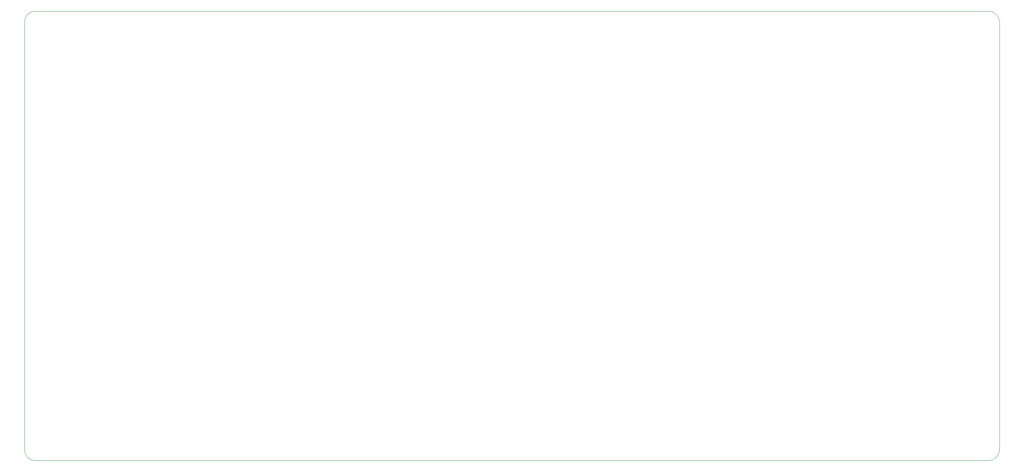
<source format=gbr>
G04 #@! TF.GenerationSoftware,KiCad,Pcbnew,(5.1.4-0-10_14)*
G04 #@! TF.CreationDate,2019-12-02T22:40:06-05:00*
G04 #@! TF.ProjectId,Negligence,4e65676c-6967-4656-9e63-652e6b696361,rev?*
G04 #@! TF.SameCoordinates,Original*
G04 #@! TF.FileFunction,Profile,NP*
%FSLAX46Y46*%
G04 Gerber Fmt 4.6, Leading zero omitted, Abs format (unit mm)*
G04 Created by KiCad (PCBNEW (5.1.4-0-10_14)) date 2019-12-02 22:40:06*
%MOMM*%
%LPD*%
G04 APERTURE LIST*
%ADD10C,0.050000*%
G04 APERTURE END LIST*
D10*
X242062000Y-52546250D02*
X242062000Y-57912000D01*
X13208000Y-57912000D02*
X13208000Y-52546250D01*
X242062000Y-57912000D02*
X242062000Y-153162000D01*
X15748000Y-50006250D02*
X239522000Y-50006250D01*
X239522000Y-50006250D02*
G75*
G02X242062000Y-52546250I0J-2540000D01*
G01*
X13208000Y-60452000D02*
X13208000Y-57912000D01*
X13208000Y-52546250D02*
G75*
G02X15748000Y-50006250I2540000J0D01*
G01*
X13208000Y-153162000D02*
X13208000Y-60452000D01*
X239522000Y-155702000D02*
X15748000Y-155702000D01*
X242062000Y-153162000D02*
G75*
G02X239522000Y-155702000I-2540000J0D01*
G01*
X15748000Y-155702000D02*
G75*
G02X13208000Y-153162000I0J2540000D01*
G01*
M02*

</source>
